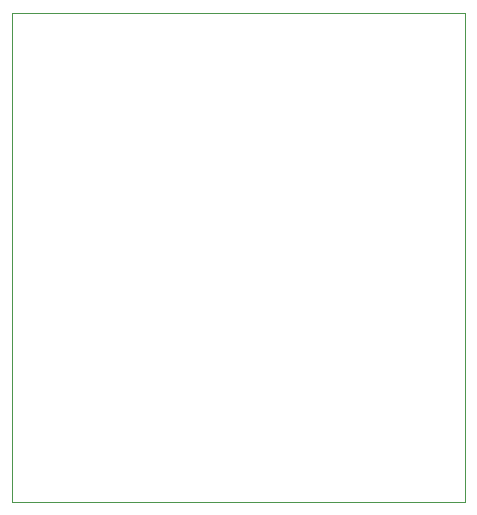
<source format=gbr>
%TF.GenerationSoftware,KiCad,Pcbnew,(6.0.5)*%
%TF.CreationDate,2022-08-17T10:56:13+01:00*%
%TF.ProjectId,MIDIModule3V3,4d494449-4d6f-4647-956c-653356332e6b,rev?*%
%TF.SameCoordinates,Original*%
%TF.FileFunction,Profile,NP*%
%FSLAX46Y46*%
G04 Gerber Fmt 4.6, Leading zero omitted, Abs format (unit mm)*
G04 Created by KiCad (PCBNEW (6.0.5)) date 2022-08-17 10:56:13*
%MOMM*%
%LPD*%
G01*
G04 APERTURE LIST*
%TA.AperFunction,Profile*%
%ADD10C,0.100000*%
%TD*%
G04 APERTURE END LIST*
D10*
X107442000Y-64008000D02*
X145796000Y-64008000D01*
X145796000Y-64008000D02*
X145796000Y-105410000D01*
X145796000Y-105410000D02*
X107442000Y-105410000D01*
X107442000Y-105410000D02*
X107442000Y-64008000D01*
M02*

</source>
